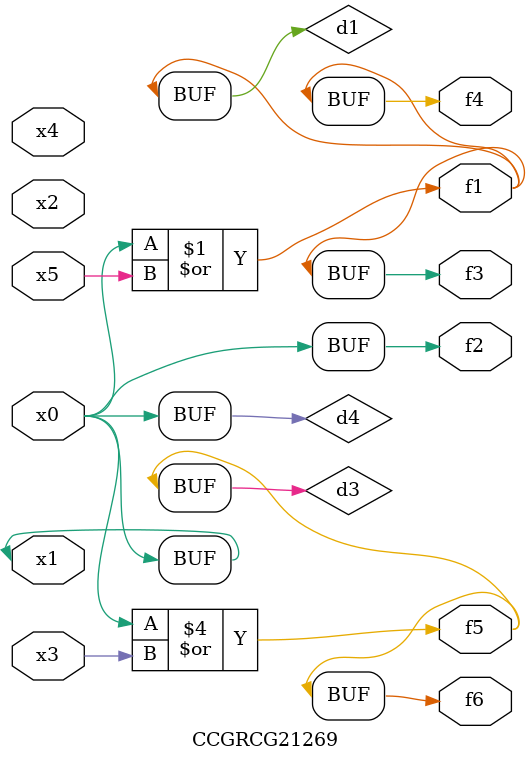
<source format=v>
module CCGRCG21269(
	input x0, x1, x2, x3, x4, x5,
	output f1, f2, f3, f4, f5, f6
);

	wire d1, d2, d3, d4;

	or (d1, x0, x5);
	xnor (d2, x1, x4);
	or (d3, x0, x3);
	buf (d4, x0, x1);
	assign f1 = d1;
	assign f2 = d4;
	assign f3 = d1;
	assign f4 = d1;
	assign f5 = d3;
	assign f6 = d3;
endmodule

</source>
